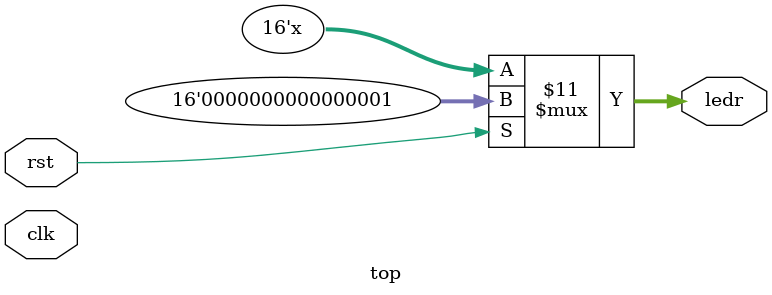
<source format=v>
module top(
    input clk,
    input rst,
    output reg[15:0] ledr
);
reg[31:0] count;

always @( clk) begin
    if(rst) begin ledr <= 1; count <= 0; end
    else begin 
        if(count == 0) ledr <= {ledr[14:0], ledr[15]};
        count <= (count >= 5000 ? 32'b0 : count+1);
        end
    end

endmodule

</source>
